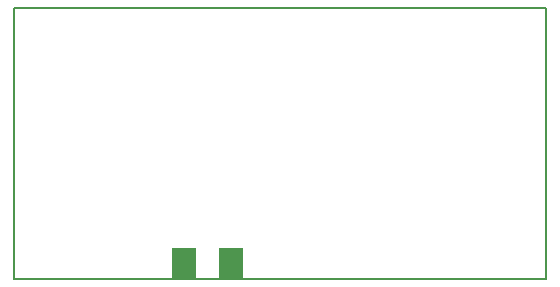
<source format=gbr>
G04 #@! TF.FileFunction,Paste,Bot*
%FSLAX46Y46*%
G04 Gerber Fmt 4.6, Leading zero omitted, Abs format (unit mm)*
G04 Created by KiCad (PCBNEW 4.0.2+dfsg1-stable) date 2017年08月28日 星期一 15时15分42秒*
%MOMM*%
G01*
G04 APERTURE LIST*
%ADD10C,0.100000*%
%ADD11C,0.150000*%
%ADD12R,2.000000X2.500000*%
G04 APERTURE END LIST*
D10*
D11*
X90170000Y-101460000D02*
X135170000Y-101460000D01*
X90170000Y-124460000D02*
X90170000Y-101460000D01*
X135170000Y-124460000D02*
X90170000Y-124460000D01*
X135170000Y-101460000D02*
X135170000Y-124460000D01*
D12*
X108553000Y-123063000D03*
X104553000Y-123063000D03*
M02*

</source>
